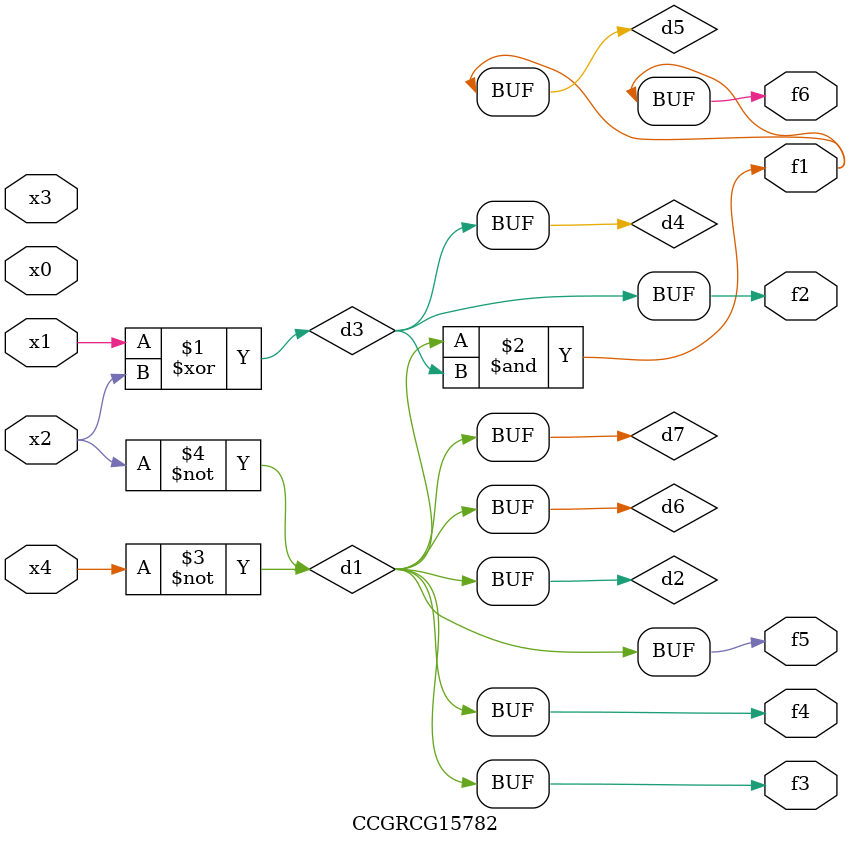
<source format=v>
module CCGRCG15782(
	input x0, x1, x2, x3, x4,
	output f1, f2, f3, f4, f5, f6
);

	wire d1, d2, d3, d4, d5, d6, d7;

	not (d1, x4);
	not (d2, x2);
	xor (d3, x1, x2);
	buf (d4, d3);
	and (d5, d1, d3);
	buf (d6, d1, d2);
	buf (d7, d2);
	assign f1 = d5;
	assign f2 = d4;
	assign f3 = d7;
	assign f4 = d7;
	assign f5 = d7;
	assign f6 = d5;
endmodule

</source>
